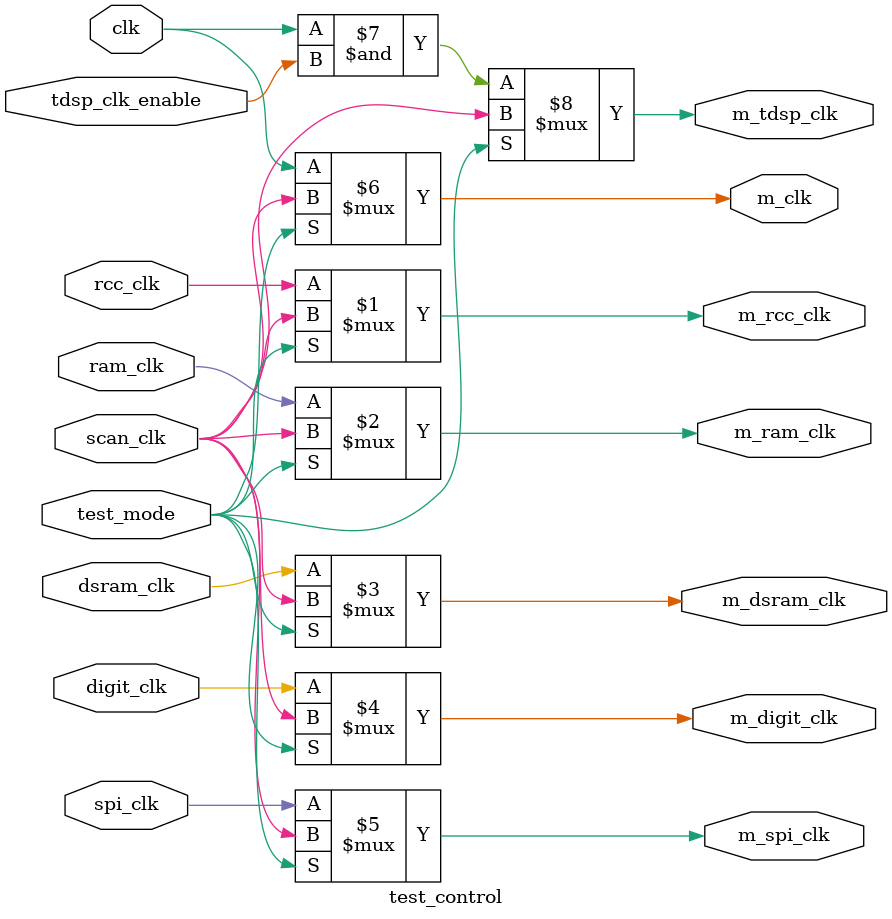
<source format=v>
module test_control(
    m_rcc_clk,
    m_digit_clk,
    m_spi_clk,
    m_ram_clk,
    m_dsram_clk,
    m_clk,
    m_tdsp_clk,
    clk,
    rcc_clk,
    digit_clk,
    spi_clk,
    ram_clk,
    dsram_clk,
    scan_clk,
    test_mode,
    tdsp_clk_enable
);

output m_rcc_clk;
output m_digit_clk;
output m_spi_clk;
output m_ram_clk;
output m_dsram_clk;
output m_clk;
output m_tdsp_clk;

input clk;
input rcc_clk;
input digit_clk;
input spi_clk;
input ram_clk;
input dsram_clk;
input scan_clk;
input test_mode; 
input tdsp_clk_enable; 
 
assign m_rcc_clk	= test_mode ? scan_clk : rcc_clk;
assign m_ram_clk	= test_mode ? scan_clk : ram_clk;
assign m_dsram_clk	= test_mode ? scan_clk : dsram_clk;
assign m_digit_clk	= test_mode ? scan_clk : digit_clk;
assign m_spi_clk	= test_mode ? scan_clk : spi_clk;
assign m_clk		= test_mode ? scan_clk : clk;
assign m_tdsp_clk = test_mode ? scan_clk : (clk & tdsp_clk_enable);

endmodule

</source>
